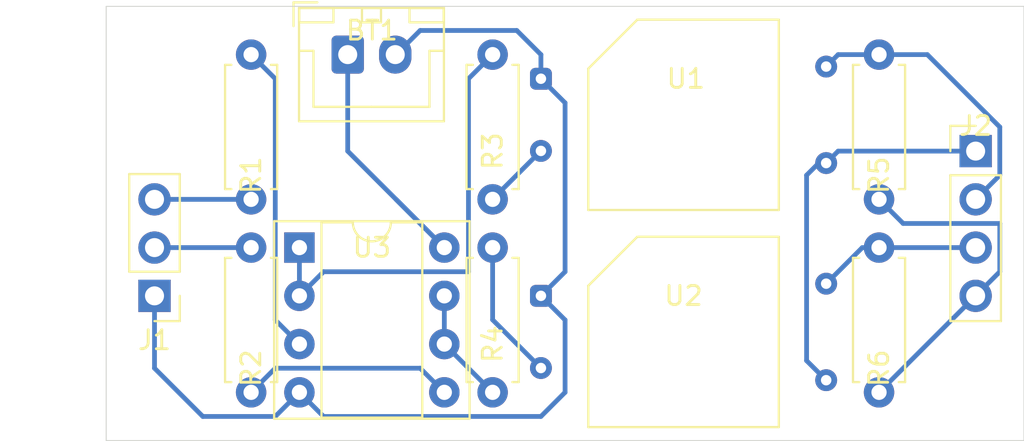
<source format=kicad_pcb>
(kicad_pcb (version 20171130) (host pcbnew "(5.1.4)-1")

  (general
    (thickness 1.6)
    (drawings 4)
    (tracks 61)
    (zones 0)
    (modules 12)
    (nets 15)
  )

  (page A4)
  (layers
    (0 F.Cu signal)
    (31 B.Cu signal)
    (32 B.Adhes user)
    (33 F.Adhes user)
    (34 B.Paste user)
    (35 F.Paste user)
    (36 B.SilkS user)
    (37 F.SilkS user)
    (38 B.Mask user)
    (39 F.Mask user)
    (40 Dwgs.User user)
    (41 Cmts.User user)
    (42 Eco1.User user)
    (43 Eco2.User user)
    (44 Edge.Cuts user)
    (45 Margin user)
    (46 B.CrtYd user)
    (47 F.CrtYd user)
    (48 B.Fab user)
    (49 F.Fab user)
  )

  (setup
    (last_trace_width 0.25)
    (user_trace_width 0.5)
    (user_trace_width 1)
    (user_trace_width 2)
    (trace_clearance 0.2)
    (zone_clearance 0.508)
    (zone_45_only no)
    (trace_min 0.2)
    (via_size 0.8)
    (via_drill 0.4)
    (via_min_size 0.4)
    (via_min_drill 0.3)
    (uvia_size 0.3)
    (uvia_drill 0.1)
    (uvias_allowed no)
    (uvia_min_size 0.2)
    (uvia_min_drill 0.1)
    (edge_width 0.05)
    (segment_width 0.2)
    (pcb_text_width 0.3)
    (pcb_text_size 1.5 1.5)
    (mod_edge_width 0.12)
    (mod_text_size 1 1)
    (mod_text_width 0.15)
    (pad_size 3 3)
    (pad_drill 1.52)
    (pad_to_mask_clearance 0.051)
    (solder_mask_min_width 0.25)
    (aux_axis_origin 0 0)
    (visible_elements 7FFFFFFF)
    (pcbplotparams
      (layerselection 0x010fc_ffffffff)
      (usegerberextensions false)
      (usegerberattributes false)
      (usegerberadvancedattributes false)
      (creategerberjobfile false)
      (excludeedgelayer true)
      (linewidth 0.100000)
      (plotframeref false)
      (viasonmask false)
      (mode 1)
      (useauxorigin false)
      (hpglpennumber 1)
      (hpglpenspeed 20)
      (hpglpendiameter 15.000000)
      (psnegative false)
      (psa4output false)
      (plotreference true)
      (plotvalue true)
      (plotinvisibletext false)
      (padsonsilk false)
      (subtractmaskfromsilk false)
      (outputformat 1)
      (mirror false)
      (drillshape 1)
      (scaleselection 1)
      (outputdirectory ""))
  )

  (net 0 "")
  (net 1 /ControlSignal2)
  (net 2 /ControlSignal1)
  (net 3 /ControlPower+)
  (net 4 /ControlPower-)
  (net 5 GND)
  (net 6 "Net-(R3-Pad1)")
  (net 7 +12V)
  (net 8 /Sensor9V)
  (net 9 /Sensor3V)
  (net 10 "Net-(R1-Pad1)")
  (net 11 "Net-(R2-Pad1)")
  (net 12 "Net-(R3-Pad2)")
  (net 13 "Net-(R4-Pad2)")
  (net 14 "Net-(R4-Pad1)")

  (net_class Default "This is the default net class."
    (clearance 0.2)
    (trace_width 0.25)
    (via_dia 0.8)
    (via_drill 0.4)
    (uvia_dia 0.3)
    (uvia_drill 0.1)
    (add_net +12V)
    (add_net /ControlPower+)
    (add_net /ControlPower-)
    (add_net /ControlSignal1)
    (add_net /ControlSignal2)
    (add_net /Sensor3V)
    (add_net /Sensor9V)
    (add_net GND)
    (add_net "Net-(R1-Pad1)")
    (add_net "Net-(R2-Pad1)")
    (add_net "Net-(R3-Pad1)")
    (add_net "Net-(R3-Pad2)")
    (add_net "Net-(R4-Pad1)")
    (add_net "Net-(R4-Pad2)")
  )

  (module Connector_PinHeader_2.54mm:PinHeader_1x03_P2.54mm_Vertical (layer F.Cu) (tedit 59FED5CC) (tstamp 5EF1A43E)
    (at 71.12 58.42 180)
    (descr "Through hole straight pin header, 1x03, 2.54mm pitch, single row")
    (tags "Through hole pin header THT 1x03 2.54mm single row")
    (path /5DF30AB6)
    (fp_text reference J1 (at 0 -2.33) (layer F.SilkS)
      (effects (font (size 1 1) (thickness 0.15)))
    )
    (fp_text value "From Capacitor Bank" (at 0 7.41) (layer F.Fab)
      (effects (font (size 1 1) (thickness 0.15)))
    )
    (fp_text user %R (at 0 2.54 90) (layer F.Fab)
      (effects (font (size 1 1) (thickness 0.15)))
    )
    (fp_line (start 1.8 -1.8) (end -1.8 -1.8) (layer F.CrtYd) (width 0.05))
    (fp_line (start 1.8 6.85) (end 1.8 -1.8) (layer F.CrtYd) (width 0.05))
    (fp_line (start -1.8 6.85) (end 1.8 6.85) (layer F.CrtYd) (width 0.05))
    (fp_line (start -1.8 -1.8) (end -1.8 6.85) (layer F.CrtYd) (width 0.05))
    (fp_line (start -1.33 -1.33) (end 0 -1.33) (layer F.SilkS) (width 0.12))
    (fp_line (start -1.33 0) (end -1.33 -1.33) (layer F.SilkS) (width 0.12))
    (fp_line (start -1.33 1.27) (end 1.33 1.27) (layer F.SilkS) (width 0.12))
    (fp_line (start 1.33 1.27) (end 1.33 6.41) (layer F.SilkS) (width 0.12))
    (fp_line (start -1.33 1.27) (end -1.33 6.41) (layer F.SilkS) (width 0.12))
    (fp_line (start -1.33 6.41) (end 1.33 6.41) (layer F.SilkS) (width 0.12))
    (fp_line (start -1.27 -0.635) (end -0.635 -1.27) (layer F.Fab) (width 0.1))
    (fp_line (start -1.27 6.35) (end -1.27 -0.635) (layer F.Fab) (width 0.1))
    (fp_line (start 1.27 6.35) (end -1.27 6.35) (layer F.Fab) (width 0.1))
    (fp_line (start 1.27 -1.27) (end 1.27 6.35) (layer F.Fab) (width 0.1))
    (fp_line (start -0.635 -1.27) (end 1.27 -1.27) (layer F.Fab) (width 0.1))
    (pad 3 thru_hole oval (at 0 5.08 180) (size 1.7 1.7) (drill 1) (layers *.Cu *.Mask)
      (net 8 /Sensor9V))
    (pad 2 thru_hole oval (at 0 2.54 180) (size 1.7 1.7) (drill 1) (layers *.Cu *.Mask)
      (net 9 /Sensor3V))
    (pad 1 thru_hole rect (at 0 0 180) (size 1.7 1.7) (drill 1) (layers *.Cu *.Mask)
      (net 5 GND))
    (model ${KISYS3DMOD}/Connector_PinHeader_2.54mm.3dshapes/PinHeader_1x03_P2.54mm_Vertical.wrl
      (at (xyz 0 0 0))
      (scale (xyz 1 1 1))
      (rotate (xyz 0 0 0))
    )
  )

  (module Package_DIP:DIP-8_W7.62mm_Socket (layer F.Cu) (tedit 5A02E8C5) (tstamp 5EF19869)
    (at 78.74 55.88)
    (descr "8-lead though-hole mounted DIP package, row spacing 7.62 mm (300 mils), Socket")
    (tags "THT DIP DIL PDIP 2.54mm 7.62mm 300mil Socket")
    (path /5EF21668)
    (fp_text reference U3 (at 3.81 0) (layer F.SilkS)
      (effects (font (size 1 1) (thickness 0.15)))
    )
    (fp_text value LM358 (at 3.81 7.62) (layer F.Fab)
      (effects (font (size 1 1) (thickness 0.15)))
    )
    (fp_text user %R (at 3.81 0) (layer F.Fab)
      (effects (font (size 1 1) (thickness 0.15)))
    )
    (fp_line (start 9.15 -1.6) (end -1.55 -1.6) (layer F.CrtYd) (width 0.05))
    (fp_line (start 9.15 9.2) (end 9.15 -1.6) (layer F.CrtYd) (width 0.05))
    (fp_line (start -1.55 9.2) (end 9.15 9.2) (layer F.CrtYd) (width 0.05))
    (fp_line (start -1.55 -1.6) (end -1.55 9.2) (layer F.CrtYd) (width 0.05))
    (fp_line (start 8.95 -1.39) (end -1.33 -1.39) (layer F.SilkS) (width 0.12))
    (fp_line (start 8.95 9.01) (end 8.95 -1.39) (layer F.SilkS) (width 0.12))
    (fp_line (start -1.33 9.01) (end 8.95 9.01) (layer F.SilkS) (width 0.12))
    (fp_line (start -1.33 -1.39) (end -1.33 9.01) (layer F.SilkS) (width 0.12))
    (fp_line (start 6.46 -1.33) (end 4.81 -1.33) (layer F.SilkS) (width 0.12))
    (fp_line (start 6.46 8.95) (end 6.46 -1.33) (layer F.SilkS) (width 0.12))
    (fp_line (start 1.16 8.95) (end 6.46 8.95) (layer F.SilkS) (width 0.12))
    (fp_line (start 1.16 -1.33) (end 1.16 8.95) (layer F.SilkS) (width 0.12))
    (fp_line (start 2.81 -1.33) (end 1.16 -1.33) (layer F.SilkS) (width 0.12))
    (fp_line (start 8.89 -1.33) (end -1.27 -1.33) (layer F.Fab) (width 0.1))
    (fp_line (start 8.89 8.95) (end 8.89 -1.33) (layer F.Fab) (width 0.1))
    (fp_line (start -1.27 8.95) (end 8.89 8.95) (layer F.Fab) (width 0.1))
    (fp_line (start -1.27 -1.33) (end -1.27 8.95) (layer F.Fab) (width 0.1))
    (fp_line (start 0.635 -0.27) (end 1.635 -1.27) (layer F.Fab) (width 0.1))
    (fp_line (start 0.635 8.89) (end 0.635 -0.27) (layer F.Fab) (width 0.1))
    (fp_line (start 6.985 8.89) (end 0.635 8.89) (layer F.Fab) (width 0.1))
    (fp_line (start 6.985 -1.27) (end 6.985 8.89) (layer F.Fab) (width 0.1))
    (fp_line (start 1.635 -1.27) (end 6.985 -1.27) (layer F.Fab) (width 0.1))
    (fp_arc (start 3.81 -1.33) (end 2.81 -1.33) (angle -180) (layer F.SilkS) (width 0.12))
    (pad 8 thru_hole oval (at 7.62 0) (size 1.6 1.6) (drill 0.8) (layers *.Cu *.Mask)
      (net 7 +12V))
    (pad 4 thru_hole oval (at 0 7.62) (size 1.6 1.6) (drill 0.8) (layers *.Cu *.Mask)
      (net 5 GND))
    (pad 7 thru_hole oval (at 7.62 2.54) (size 1.6 1.6) (drill 0.8) (layers *.Cu *.Mask)
      (net 13 "Net-(R4-Pad2)"))
    (pad 3 thru_hole oval (at 0 5.08) (size 1.6 1.6) (drill 0.8) (layers *.Cu *.Mask)
      (net 10 "Net-(R1-Pad1)"))
    (pad 6 thru_hole oval (at 7.62 5.08) (size 1.6 1.6) (drill 0.8) (layers *.Cu *.Mask)
      (net 13 "Net-(R4-Pad2)"))
    (pad 2 thru_hole oval (at 0 2.54) (size 1.6 1.6) (drill 0.8) (layers *.Cu *.Mask)
      (net 12 "Net-(R3-Pad2)"))
    (pad 5 thru_hole oval (at 7.62 7.62) (size 1.6 1.6) (drill 0.8) (layers *.Cu *.Mask)
      (net 11 "Net-(R2-Pad1)"))
    (pad 1 thru_hole rect (at 0 0) (size 1.6 1.6) (drill 0.8) (layers *.Cu *.Mask)
      (net 12 "Net-(R3-Pad2)"))
    (model ${KISYS3DMOD}/Package_DIP.3dshapes/DIP-8_W7.62mm_Socket.wrl
      (at (xyz 0 0 0))
      (scale (xyz 1 1 1))
      (rotate (xyz 0 0 0))
    )
  )

  (module Resistor_THT:R_Axial_DIN0207_L6.3mm_D2.5mm_P7.62mm_Horizontal (layer F.Cu) (tedit 5AE5139B) (tstamp 5EF19723)
    (at 76.2 45.72 270)
    (descr "Resistor, Axial_DIN0207 series, Axial, Horizontal, pin pitch=7.62mm, 0.25W = 1/4W, length*diameter=6.3*2.5mm^2, http://cdn-reichelt.de/documents/datenblatt/B400/1_4W%23YAG.pdf")
    (tags "Resistor Axial_DIN0207 series Axial Horizontal pin pitch 7.62mm 0.25W = 1/4W length 6.3mm diameter 2.5mm")
    (path /5EF3FA8E)
    (fp_text reference R1 (at 6.35 0 90) (layer F.SilkS)
      (effects (font (size 1 1) (thickness 0.15)))
    )
    (fp_text value 1K (at 2.54 0 90) (layer F.Fab)
      (effects (font (size 1 1) (thickness 0.15)))
    )
    (fp_text user %R (at 6.35 0 90) (layer F.Fab)
      (effects (font (size 1 1) (thickness 0.15)))
    )
    (fp_line (start 8.67 -1.5) (end -1.05 -1.5) (layer F.CrtYd) (width 0.05))
    (fp_line (start 8.67 1.5) (end 8.67 -1.5) (layer F.CrtYd) (width 0.05))
    (fp_line (start -1.05 1.5) (end 8.67 1.5) (layer F.CrtYd) (width 0.05))
    (fp_line (start -1.05 -1.5) (end -1.05 1.5) (layer F.CrtYd) (width 0.05))
    (fp_line (start 7.08 1.37) (end 7.08 1.04) (layer F.SilkS) (width 0.12))
    (fp_line (start 0.54 1.37) (end 7.08 1.37) (layer F.SilkS) (width 0.12))
    (fp_line (start 0.54 1.04) (end 0.54 1.37) (layer F.SilkS) (width 0.12))
    (fp_line (start 7.08 -1.37) (end 7.08 -1.04) (layer F.SilkS) (width 0.12))
    (fp_line (start 0.54 -1.37) (end 7.08 -1.37) (layer F.SilkS) (width 0.12))
    (fp_line (start 0.54 -1.04) (end 0.54 -1.37) (layer F.SilkS) (width 0.12))
    (fp_line (start 7.62 0) (end 6.96 0) (layer F.Fab) (width 0.1))
    (fp_line (start 0 0) (end 0.66 0) (layer F.Fab) (width 0.1))
    (fp_line (start 6.96 -1.25) (end 0.66 -1.25) (layer F.Fab) (width 0.1))
    (fp_line (start 6.96 1.25) (end 6.96 -1.25) (layer F.Fab) (width 0.1))
    (fp_line (start 0.66 1.25) (end 6.96 1.25) (layer F.Fab) (width 0.1))
    (fp_line (start 0.66 -1.25) (end 0.66 1.25) (layer F.Fab) (width 0.1))
    (pad 2 thru_hole oval (at 7.62 0 270) (size 1.6 1.6) (drill 0.8) (layers *.Cu *.Mask)
      (net 8 /Sensor9V))
    (pad 1 thru_hole circle (at 0 0 270) (size 1.6 1.6) (drill 0.8) (layers *.Cu *.Mask)
      (net 10 "Net-(R1-Pad1)"))
    (model ${KISYS3DMOD}/Resistor_THT.3dshapes/R_Axial_DIN0207_L6.3mm_D2.5mm_P7.62mm_Horizontal.wrl
      (at (xyz 0 0 0))
      (scale (xyz 1 1 1))
      (rotate (xyz 0 0 0))
    )
  )

  (module Connector_JST:JST_XH_B2B-XH-A_1x02_P2.50mm_Vertical (layer F.Cu) (tedit 5C28146C) (tstamp 5EF040B3)
    (at 81.28 45.72)
    (descr "JST XH series connector, B2B-XH-A (http://www.jst-mfg.com/product/pdf/eng/eXH.pdf), generated with kicad-footprint-generator")
    (tags "connector JST XH vertical")
    (path /5EFFBCF2)
    (fp_text reference BT1 (at 1.27 -1.27) (layer F.SilkS)
      (effects (font (size 1 1) (thickness 0.15)))
    )
    (fp_text value "12V Battery" (at 1.27 2.54) (layer F.Fab)
      (effects (font (size 1 1) (thickness 0.15)))
    )
    (fp_text user %R (at 1.27 -1.27) (layer F.Fab)
      (effects (font (size 1 1) (thickness 0.15)))
    )
    (fp_line (start -2.85 -2.75) (end -2.85 -1.5) (layer F.SilkS) (width 0.12))
    (fp_line (start -1.6 -2.75) (end -2.85 -2.75) (layer F.SilkS) (width 0.12))
    (fp_line (start 4.3 2.75) (end 1.25 2.75) (layer F.SilkS) (width 0.12))
    (fp_line (start 4.3 -0.2) (end 4.3 2.75) (layer F.SilkS) (width 0.12))
    (fp_line (start 5.05 -0.2) (end 4.3 -0.2) (layer F.SilkS) (width 0.12))
    (fp_line (start -1.8 2.75) (end 1.25 2.75) (layer F.SilkS) (width 0.12))
    (fp_line (start -1.8 -0.2) (end -1.8 2.75) (layer F.SilkS) (width 0.12))
    (fp_line (start -2.55 -0.2) (end -1.8 -0.2) (layer F.SilkS) (width 0.12))
    (fp_line (start 5.05 -2.45) (end 3.25 -2.45) (layer F.SilkS) (width 0.12))
    (fp_line (start 5.05 -1.7) (end 5.05 -2.45) (layer F.SilkS) (width 0.12))
    (fp_line (start 3.25 -1.7) (end 5.05 -1.7) (layer F.SilkS) (width 0.12))
    (fp_line (start 3.25 -2.45) (end 3.25 -1.7) (layer F.SilkS) (width 0.12))
    (fp_line (start -0.75 -2.45) (end -2.55 -2.45) (layer F.SilkS) (width 0.12))
    (fp_line (start -0.75 -1.7) (end -0.75 -2.45) (layer F.SilkS) (width 0.12))
    (fp_line (start -2.55 -1.7) (end -0.75 -1.7) (layer F.SilkS) (width 0.12))
    (fp_line (start -2.55 -2.45) (end -2.55 -1.7) (layer F.SilkS) (width 0.12))
    (fp_line (start 1.75 -2.45) (end 0.75 -2.45) (layer F.SilkS) (width 0.12))
    (fp_line (start 1.75 -1.7) (end 1.75 -2.45) (layer F.SilkS) (width 0.12))
    (fp_line (start 0.75 -1.7) (end 1.75 -1.7) (layer F.SilkS) (width 0.12))
    (fp_line (start 0.75 -2.45) (end 0.75 -1.7) (layer F.SilkS) (width 0.12))
    (fp_line (start 0 -1.35) (end 0.625 -2.35) (layer F.Fab) (width 0.1))
    (fp_line (start -0.625 -2.35) (end 0 -1.35) (layer F.Fab) (width 0.1))
    (fp_line (start 5.45 -2.85) (end -2.95 -2.85) (layer F.CrtYd) (width 0.05))
    (fp_line (start 5.45 3.9) (end 5.45 -2.85) (layer F.CrtYd) (width 0.05))
    (fp_line (start -2.95 3.9) (end 5.45 3.9) (layer F.CrtYd) (width 0.05))
    (fp_line (start -2.95 -2.85) (end -2.95 3.9) (layer F.CrtYd) (width 0.05))
    (fp_line (start 5.06 -2.46) (end -2.56 -2.46) (layer F.SilkS) (width 0.12))
    (fp_line (start 5.06 3.51) (end 5.06 -2.46) (layer F.SilkS) (width 0.12))
    (fp_line (start -2.56 3.51) (end 5.06 3.51) (layer F.SilkS) (width 0.12))
    (fp_line (start -2.56 -2.46) (end -2.56 3.51) (layer F.SilkS) (width 0.12))
    (fp_line (start 4.95 -2.35) (end -2.45 -2.35) (layer F.Fab) (width 0.1))
    (fp_line (start 4.95 3.4) (end 4.95 -2.35) (layer F.Fab) (width 0.1))
    (fp_line (start -2.45 3.4) (end 4.95 3.4) (layer F.Fab) (width 0.1))
    (fp_line (start -2.45 -2.35) (end -2.45 3.4) (layer F.Fab) (width 0.1))
    (pad 2 thru_hole oval (at 2.5 0) (size 1.7 2) (drill 1) (layers *.Cu *.Mask)
      (net 5 GND))
    (pad 1 thru_hole roundrect (at 0 0) (size 1.7 2) (drill 1) (layers *.Cu *.Mask) (roundrect_rratio 0.147059)
      (net 7 +12V))
    (model ${KISYS3DMOD}/Connector_JST.3dshapes/JST_XH_B2B-XH-A_1x02_P2.50mm_Vertical.wrl
      (at (xyz 0 0 0))
      (scale (xyz 1 1 1))
      (rotate (xyz 0 0 0))
    )
  )

  (module Resistor_THT:R_Axial_DIN0207_L6.3mm_D2.5mm_P7.62mm_Horizontal (layer F.Cu) (tedit 5AE5139B) (tstamp 5EF04243)
    (at 88.9 55.88 270)
    (descr "Resistor, Axial_DIN0207 series, Axial, Horizontal, pin pitch=7.62mm, 0.25W = 1/4W, length*diameter=6.3*2.5mm^2, http://cdn-reichelt.de/documents/datenblatt/B400/1_4W%23YAG.pdf")
    (tags "Resistor Axial_DIN0207 series Axial Horizontal pin pitch 7.62mm 0.25W = 1/4W length 6.3mm diameter 2.5mm")
    (path /5EF05BF8)
    (fp_text reference R4 (at 5.08 0 90) (layer F.SilkS)
      (effects (font (size 1 1) (thickness 0.15)))
    )
    (fp_text value 100 (at 1.27 0 90) (layer F.Fab)
      (effects (font (size 1 1) (thickness 0.15)))
    )
    (fp_text user %R (at 5.08 0 90) (layer F.Fab)
      (effects (font (size 1 1) (thickness 0.15)))
    )
    (fp_line (start 8.67 -1.5) (end -1.05 -1.5) (layer F.CrtYd) (width 0.05))
    (fp_line (start 8.67 1.5) (end 8.67 -1.5) (layer F.CrtYd) (width 0.05))
    (fp_line (start -1.05 1.5) (end 8.67 1.5) (layer F.CrtYd) (width 0.05))
    (fp_line (start -1.05 -1.5) (end -1.05 1.5) (layer F.CrtYd) (width 0.05))
    (fp_line (start 7.08 1.37) (end 7.08 1.04) (layer F.SilkS) (width 0.12))
    (fp_line (start 0.54 1.37) (end 7.08 1.37) (layer F.SilkS) (width 0.12))
    (fp_line (start 0.54 1.04) (end 0.54 1.37) (layer F.SilkS) (width 0.12))
    (fp_line (start 7.08 -1.37) (end 7.08 -1.04) (layer F.SilkS) (width 0.12))
    (fp_line (start 0.54 -1.37) (end 7.08 -1.37) (layer F.SilkS) (width 0.12))
    (fp_line (start 0.54 -1.04) (end 0.54 -1.37) (layer F.SilkS) (width 0.12))
    (fp_line (start 7.62 0) (end 6.96 0) (layer F.Fab) (width 0.1))
    (fp_line (start 0 0) (end 0.66 0) (layer F.Fab) (width 0.1))
    (fp_line (start 6.96 -1.25) (end 0.66 -1.25) (layer F.Fab) (width 0.1))
    (fp_line (start 6.96 1.25) (end 6.96 -1.25) (layer F.Fab) (width 0.1))
    (fp_line (start 0.66 1.25) (end 6.96 1.25) (layer F.Fab) (width 0.1))
    (fp_line (start 0.66 -1.25) (end 0.66 1.25) (layer F.Fab) (width 0.1))
    (pad 2 thru_hole oval (at 7.62 0 270) (size 1.6 1.6) (drill 0.8) (layers *.Cu *.Mask)
      (net 13 "Net-(R4-Pad2)"))
    (pad 1 thru_hole circle (at 0 0 270) (size 1.6 1.6) (drill 0.8) (layers *.Cu *.Mask)
      (net 14 "Net-(R4-Pad1)"))
    (model ${KISYS3DMOD}/Resistor_THT.3dshapes/R_Axial_DIN0207_L6.3mm_D2.5mm_P7.62mm_Horizontal.wrl
      (at (xyz 0 0 0))
      (scale (xyz 1 1 1))
      (rotate (xyz 0 0 0))
    )
  )

  (module Resistor_THT:R_Axial_DIN0207_L6.3mm_D2.5mm_P7.62mm_Horizontal (layer F.Cu) (tedit 5AE5139B) (tstamp 5EF0422C)
    (at 88.9 53.34 90)
    (descr "Resistor, Axial_DIN0207 series, Axial, Horizontal, pin pitch=7.62mm, 0.25W = 1/4W, length*diameter=6.3*2.5mm^2, http://cdn-reichelt.de/documents/datenblatt/B400/1_4W%23YAG.pdf")
    (tags "Resistor Axial_DIN0207 series Axial Horizontal pin pitch 7.62mm 0.25W = 1/4W length 6.3mm diameter 2.5mm")
    (path /5EF053A1)
    (fp_text reference R3 (at 2.54 0 90) (layer F.SilkS)
      (effects (font (size 1 1) (thickness 0.15)))
    )
    (fp_text value 680 (at 6.35 0 90) (layer F.Fab)
      (effects (font (size 1 1) (thickness 0.15)))
    )
    (fp_text user %R (at 2.54 0 90) (layer F.Fab)
      (effects (font (size 1 1) (thickness 0.15)))
    )
    (fp_line (start 8.67 -1.5) (end -1.05 -1.5) (layer F.CrtYd) (width 0.05))
    (fp_line (start 8.67 1.5) (end 8.67 -1.5) (layer F.CrtYd) (width 0.05))
    (fp_line (start -1.05 1.5) (end 8.67 1.5) (layer F.CrtYd) (width 0.05))
    (fp_line (start -1.05 -1.5) (end -1.05 1.5) (layer F.CrtYd) (width 0.05))
    (fp_line (start 7.08 1.37) (end 7.08 1.04) (layer F.SilkS) (width 0.12))
    (fp_line (start 0.54 1.37) (end 7.08 1.37) (layer F.SilkS) (width 0.12))
    (fp_line (start 0.54 1.04) (end 0.54 1.37) (layer F.SilkS) (width 0.12))
    (fp_line (start 7.08 -1.37) (end 7.08 -1.04) (layer F.SilkS) (width 0.12))
    (fp_line (start 0.54 -1.37) (end 7.08 -1.37) (layer F.SilkS) (width 0.12))
    (fp_line (start 0.54 -1.04) (end 0.54 -1.37) (layer F.SilkS) (width 0.12))
    (fp_line (start 7.62 0) (end 6.96 0) (layer F.Fab) (width 0.1))
    (fp_line (start 0 0) (end 0.66 0) (layer F.Fab) (width 0.1))
    (fp_line (start 6.96 -1.25) (end 0.66 -1.25) (layer F.Fab) (width 0.1))
    (fp_line (start 6.96 1.25) (end 6.96 -1.25) (layer F.Fab) (width 0.1))
    (fp_line (start 0.66 1.25) (end 6.96 1.25) (layer F.Fab) (width 0.1))
    (fp_line (start 0.66 -1.25) (end 0.66 1.25) (layer F.Fab) (width 0.1))
    (pad 2 thru_hole oval (at 7.62 0 90) (size 1.6 1.6) (drill 0.8) (layers *.Cu *.Mask)
      (net 12 "Net-(R3-Pad2)"))
    (pad 1 thru_hole circle (at 0 0 90) (size 1.6 1.6) (drill 0.8) (layers *.Cu *.Mask)
      (net 6 "Net-(R3-Pad1)"))
    (model ${KISYS3DMOD}/Resistor_THT.3dshapes/R_Axial_DIN0207_L6.3mm_D2.5mm_P7.62mm_Horizontal.wrl
      (at (xyz 0 0 0))
      (scale (xyz 1 1 1))
      (rotate (xyz 0 0 0))
    )
  )

  (module Resistor_THT:R_Axial_DIN0207_L6.3mm_D2.5mm_P7.62mm_Horizontal (layer F.Cu) (tedit 5AE5139B) (tstamp 5EF04215)
    (at 76.2 63.5 90)
    (descr "Resistor, Axial_DIN0207 series, Axial, Horizontal, pin pitch=7.62mm, 0.25W = 1/4W, length*diameter=6.3*2.5mm^2, http://cdn-reichelt.de/documents/datenblatt/B400/1_4W%23YAG.pdf")
    (tags "Resistor Axial_DIN0207 series Axial Horizontal pin pitch 7.62mm 0.25W = 1/4W length 6.3mm diameter 2.5mm")
    (path /5EF04C1E)
    (fp_text reference R2 (at 1.27 0 90) (layer F.SilkS)
      (effects (font (size 1 1) (thickness 0.15)))
    )
    (fp_text value 1K (at 5.08 0 90) (layer F.Fab)
      (effects (font (size 1 1) (thickness 0.15)))
    )
    (fp_text user %R (at 1.27 0 90) (layer F.Fab)
      (effects (font (size 1 1) (thickness 0.15)))
    )
    (fp_line (start 8.67 -1.5) (end -1.05 -1.5) (layer F.CrtYd) (width 0.05))
    (fp_line (start 8.67 1.5) (end 8.67 -1.5) (layer F.CrtYd) (width 0.05))
    (fp_line (start -1.05 1.5) (end 8.67 1.5) (layer F.CrtYd) (width 0.05))
    (fp_line (start -1.05 -1.5) (end -1.05 1.5) (layer F.CrtYd) (width 0.05))
    (fp_line (start 7.08 1.37) (end 7.08 1.04) (layer F.SilkS) (width 0.12))
    (fp_line (start 0.54 1.37) (end 7.08 1.37) (layer F.SilkS) (width 0.12))
    (fp_line (start 0.54 1.04) (end 0.54 1.37) (layer F.SilkS) (width 0.12))
    (fp_line (start 7.08 -1.37) (end 7.08 -1.04) (layer F.SilkS) (width 0.12))
    (fp_line (start 0.54 -1.37) (end 7.08 -1.37) (layer F.SilkS) (width 0.12))
    (fp_line (start 0.54 -1.04) (end 0.54 -1.37) (layer F.SilkS) (width 0.12))
    (fp_line (start 7.62 0) (end 6.96 0) (layer F.Fab) (width 0.1))
    (fp_line (start 0 0) (end 0.66 0) (layer F.Fab) (width 0.1))
    (fp_line (start 6.96 -1.25) (end 0.66 -1.25) (layer F.Fab) (width 0.1))
    (fp_line (start 6.96 1.25) (end 6.96 -1.25) (layer F.Fab) (width 0.1))
    (fp_line (start 0.66 1.25) (end 6.96 1.25) (layer F.Fab) (width 0.1))
    (fp_line (start 0.66 -1.25) (end 0.66 1.25) (layer F.Fab) (width 0.1))
    (pad 2 thru_hole oval (at 7.62 0 90) (size 1.6 1.6) (drill 0.8) (layers *.Cu *.Mask)
      (net 9 /Sensor3V))
    (pad 1 thru_hole circle (at 0 0 90) (size 1.6 1.6) (drill 0.8) (layers *.Cu *.Mask)
      (net 11 "Net-(R2-Pad1)"))
    (model ${KISYS3DMOD}/Resistor_THT.3dshapes/R_Axial_DIN0207_L6.3mm_D2.5mm_P7.62mm_Horizontal.wrl
      (at (xyz 0 0 0))
      (scale (xyz 1 1 1))
      (rotate (xyz 0 0 0))
    )
  )

  (module Connector_PinHeader_2.54mm:PinHeader_1x04_P2.54mm_Vertical (layer F.Cu) (tedit 59FED5CC) (tstamp 5ED66DBF)
    (at 114.3 50.8)
    (descr "Through hole straight pin header, 1x04, 2.54mm pitch, single row")
    (tags "Through hole pin header THT 1x04 2.54mm single row")
    (path /5DD38980)
    (fp_text reference J2 (at 0 -1.33) (layer F.SilkS)
      (effects (font (size 1 1) (thickness 0.15)))
    )
    (fp_text value "To Control" (at 1.27 5.08 90) (layer F.Fab)
      (effects (font (size 1 1) (thickness 0.15)))
    )
    (fp_line (start -0.635 -1.27) (end 1.27 -1.27) (layer F.Fab) (width 0.1))
    (fp_line (start 1.27 -1.27) (end 1.27 8.89) (layer F.Fab) (width 0.1))
    (fp_line (start 1.27 8.89) (end -1.27 8.89) (layer F.Fab) (width 0.1))
    (fp_line (start -1.27 8.89) (end -1.27 -0.635) (layer F.Fab) (width 0.1))
    (fp_line (start -1.27 -0.635) (end -0.635 -1.27) (layer F.Fab) (width 0.1))
    (fp_line (start -1.33 8.95) (end 1.33 8.95) (layer F.SilkS) (width 0.12))
    (fp_line (start -1.33 1.27) (end -1.33 8.95) (layer F.SilkS) (width 0.12))
    (fp_line (start 1.33 1.27) (end 1.33 8.95) (layer F.SilkS) (width 0.12))
    (fp_line (start -1.33 1.27) (end 1.33 1.27) (layer F.SilkS) (width 0.12))
    (fp_line (start -1.33 0) (end -1.33 -1.33) (layer F.SilkS) (width 0.12))
    (fp_line (start -1.33 -1.33) (end 0 -1.33) (layer F.SilkS) (width 0.12))
    (fp_line (start -1.8 -1.8) (end -1.8 9.4) (layer F.CrtYd) (width 0.05))
    (fp_line (start -1.8 9.4) (end 1.8 9.4) (layer F.CrtYd) (width 0.05))
    (fp_line (start 1.8 9.4) (end 1.8 -1.8) (layer F.CrtYd) (width 0.05))
    (fp_line (start 1.8 -1.8) (end -1.8 -1.8) (layer F.CrtYd) (width 0.05))
    (fp_text user %R (at 0 3.81 90) (layer F.Fab)
      (effects (font (size 1 1) (thickness 0.15)))
    )
    (pad 1 thru_hole rect (at 0 0) (size 1.7 1.7) (drill 1) (layers *.Cu *.Mask)
      (net 3 /ControlPower+))
    (pad 2 thru_hole oval (at 0 2.54) (size 1.7 1.7) (drill 1) (layers *.Cu *.Mask)
      (net 2 /ControlSignal1))
    (pad 3 thru_hole oval (at 0 5.08) (size 1.7 1.7) (drill 1) (layers *.Cu *.Mask)
      (net 1 /ControlSignal2))
    (pad 4 thru_hole oval (at 0 7.62) (size 1.7 1.7) (drill 1) (layers *.Cu *.Mask)
      (net 4 /ControlPower-))
    (model ${KISYS3DMOD}/Connector_PinHeader_2.54mm.3dshapes/PinHeader_1x04_P2.54mm_Vertical.wrl
      (at (xyz 0 0 0))
      (scale (xyz 1 1 1))
      (rotate (xyz 0 0 0))
    )
  )

  (module OptoDevice:PerkinElmer_VTL5C (layer F.Cu) (tedit 5B86F5E5) (tstamp 5ED64567)
    (at 91.44 58.42)
    (descr "Axial Vactrol (http://www.qsl.net/wa1ion/vactrol/vactrol.pdf)")
    (tags vactrol)
    (path /5E0F91ED)
    (fp_text reference U2 (at 7.5 0) (layer F.SilkS)
      (effects (font (size 1 1) (thickness 0.15)))
    )
    (fp_text value VTL5C (at 7.62 5.08) (layer F.Fab)
      (effects (font (size 1 1) (thickness 0.15)))
    )
    (fp_line (start 12.7 5.27) (end 12.7 7.1) (layer F.CrtYd) (width 0.05))
    (fp_line (start 15.83 5.27) (end 15.83 -1.47) (layer F.CrtYd) (width 0.05))
    (fp_line (start 15.83 5.27) (end 12.7 5.27) (layer F.CrtYd) (width 0.05))
    (fp_line (start 15.83 -1.47) (end 12.7 -1.47) (layer F.CrtYd) (width 0.05))
    (fp_line (start 2.3 4.63) (end -0.83 4.63) (layer F.CrtYd) (width 0.05))
    (fp_line (start 2.53 -0.83) (end -0.83 -0.83) (layer F.CrtYd) (width 0.05))
    (fp_line (start -0.83 4.63) (end -0.83 -0.83) (layer F.CrtYd) (width 0.05))
    (fp_line (start 0.7 0.25) (end 2.55 0.9) (layer F.Fab) (width 0.1))
    (fp_line (start 14.3 4.44) (end 12.45 4.44) (layer F.Fab) (width 0.1))
    (fp_line (start 5.1 -3.05) (end 12.45 -3.05) (layer F.Fab) (width 0.1))
    (fp_line (start 12.45 -3.05) (end 12.45 6.85) (layer F.Fab) (width 0.1))
    (fp_line (start 12.45 6.85) (end 2.55 6.85) (layer F.Fab) (width 0.1))
    (fp_line (start 2.55 6.85) (end 2.55 -0.5) (layer F.Fab) (width 0.1))
    (fp_line (start 5.1 -3.05) (end 2.55 -0.5) (layer F.Fab) (width 0.1))
    (fp_line (start 14.3 -0.64) (end 12.45 -0.64) (layer F.Fab) (width 0.1))
    (fp_line (start 0.7 3.55) (end 2.55 2.9) (layer F.Fab) (width 0.1))
    (fp_line (start 12.7 -3.3) (end 12.7 -1.47) (layer F.CrtYd) (width 0.05))
    (fp_line (start 12.7 7.1) (end 2.3 7.1) (layer F.CrtYd) (width 0.05))
    (fp_line (start 2.3 7.1) (end 2.3 4.63) (layer F.CrtYd) (width 0.05))
    (fp_line (start 2.53 -0.83) (end 5 -3.3) (layer F.CrtYd) (width 0.05))
    (fp_line (start 5 -3.3) (end 12.7 -3.3) (layer F.CrtYd) (width 0.05))
    (fp_line (start 12.51 -3.11) (end 5.07 -3.11) (layer F.SilkS) (width 0.12))
    (fp_line (start 5.07 -3.11) (end 2.49 -0.53) (layer F.SilkS) (width 0.12))
    (fp_line (start 2.49 -0.53) (end 2.49 6.91) (layer F.SilkS) (width 0.12))
    (fp_line (start 2.49 6.91) (end 12.51 6.91) (layer F.SilkS) (width 0.12))
    (fp_line (start 12.51 6.91) (end 12.51 -3.11) (layer F.SilkS) (width 0.12))
    (fp_text user %R (at 7.5 0) (layer F.Fab)
      (effects (font (size 1 1) (thickness 0.1)))
    )
    (pad 2 thru_hole circle (at 0 3.8) (size 1.15 1.15) (drill 0.55) (layers *.Cu *.Mask)
      (net 14 "Net-(R4-Pad1)"))
    (pad 4 thru_hole circle (at 15 4.44) (size 1.15 1.15) (drill 0.55) (layers *.Cu *.Mask)
      (net 3 /ControlPower+))
    (pad 3 thru_hole circle (at 15 -0.64) (size 1.15 1.15) (drill 0.55) (layers *.Cu *.Mask)
      (net 1 /ControlSignal2))
    (pad 1 thru_hole roundrect (at 0 0) (size 1.15 1.15) (drill 0.55) (layers *.Cu *.Mask) (roundrect_rratio 0.25)
      (net 5 GND))
    (model ${KISYS3DMOD}/OptoDevice.3dshapes/PerkinElmer_VTL5C.wrl
      (at (xyz 0 0 0))
      (scale (xyz 1 1 1))
      (rotate (xyz 0 0 0))
    )
  )

  (module OptoDevice:PerkinElmer_VTL5C (layer F.Cu) (tedit 5B86F5E5) (tstamp 5ED64544)
    (at 91.44 46.99)
    (descr "Axial Vactrol (http://www.qsl.net/wa1ion/vactrol/vactrol.pdf)")
    (tags vactrol)
    (path /5E0EEB06)
    (fp_text reference U1 (at 7.62 0) (layer F.SilkS)
      (effects (font (size 1 1) (thickness 0.15)))
    )
    (fp_text value VTL5C (at 7.62 5.08) (layer F.Fab)
      (effects (font (size 1 1) (thickness 0.15)))
    )
    (fp_line (start 12.7 5.27) (end 12.7 7.1) (layer F.CrtYd) (width 0.05))
    (fp_line (start 15.83 5.27) (end 15.83 -1.47) (layer F.CrtYd) (width 0.05))
    (fp_line (start 15.83 5.27) (end 12.7 5.27) (layer F.CrtYd) (width 0.05))
    (fp_line (start 15.83 -1.47) (end 12.7 -1.47) (layer F.CrtYd) (width 0.05))
    (fp_line (start 2.3 4.63) (end -0.83 4.63) (layer F.CrtYd) (width 0.05))
    (fp_line (start 2.53 -0.83) (end -0.83 -0.83) (layer F.CrtYd) (width 0.05))
    (fp_line (start -0.83 4.63) (end -0.83 -0.83) (layer F.CrtYd) (width 0.05))
    (fp_line (start 0.7 0.25) (end 2.55 0.9) (layer F.Fab) (width 0.1))
    (fp_line (start 14.3 4.44) (end 12.45 4.44) (layer F.Fab) (width 0.1))
    (fp_line (start 5.1 -3.05) (end 12.45 -3.05) (layer F.Fab) (width 0.1))
    (fp_line (start 12.45 -3.05) (end 12.45 6.85) (layer F.Fab) (width 0.1))
    (fp_line (start 12.45 6.85) (end 2.55 6.85) (layer F.Fab) (width 0.1))
    (fp_line (start 2.55 6.85) (end 2.55 -0.5) (layer F.Fab) (width 0.1))
    (fp_line (start 5.1 -3.05) (end 2.55 -0.5) (layer F.Fab) (width 0.1))
    (fp_line (start 14.3 -0.64) (end 12.45 -0.64) (layer F.Fab) (width 0.1))
    (fp_line (start 0.7 3.55) (end 2.55 2.9) (layer F.Fab) (width 0.1))
    (fp_line (start 12.7 -3.3) (end 12.7 -1.47) (layer F.CrtYd) (width 0.05))
    (fp_line (start 12.7 7.1) (end 2.3 7.1) (layer F.CrtYd) (width 0.05))
    (fp_line (start 2.3 7.1) (end 2.3 4.63) (layer F.CrtYd) (width 0.05))
    (fp_line (start 2.53 -0.83) (end 5 -3.3) (layer F.CrtYd) (width 0.05))
    (fp_line (start 5 -3.3) (end 12.7 -3.3) (layer F.CrtYd) (width 0.05))
    (fp_line (start 12.51 -3.11) (end 5.07 -3.11) (layer F.SilkS) (width 0.12))
    (fp_line (start 5.07 -3.11) (end 2.49 -0.53) (layer F.SilkS) (width 0.12))
    (fp_line (start 2.49 -0.53) (end 2.49 6.91) (layer F.SilkS) (width 0.12))
    (fp_line (start 2.49 6.91) (end 12.51 6.91) (layer F.SilkS) (width 0.12))
    (fp_line (start 12.51 6.91) (end 12.51 -3.11) (layer F.SilkS) (width 0.12))
    (fp_text user %R (at 7.62 0) (layer F.Fab)
      (effects (font (size 1 1) (thickness 0.1)))
    )
    (pad 2 thru_hole circle (at 0 3.8) (size 1.15 1.15) (drill 0.55) (layers *.Cu *.Mask)
      (net 6 "Net-(R3-Pad1)"))
    (pad 4 thru_hole circle (at 15 4.44) (size 1.15 1.15) (drill 0.55) (layers *.Cu *.Mask)
      (net 3 /ControlPower+))
    (pad 3 thru_hole circle (at 15 -0.64) (size 1.15 1.15) (drill 0.55) (layers *.Cu *.Mask)
      (net 2 /ControlSignal1))
    (pad 1 thru_hole roundrect (at 0 0) (size 1.15 1.15) (drill 0.55) (layers *.Cu *.Mask) (roundrect_rratio 0.25)
      (net 5 GND))
    (model ${KISYS3DMOD}/OptoDevice.3dshapes/PerkinElmer_VTL5C.wrl
      (at (xyz 0 0 0))
      (scale (xyz 1 1 1))
      (rotate (xyz 0 0 0))
    )
  )

  (module Resistor_THT:R_Axial_DIN0207_L6.3mm_D2.5mm_P7.62mm_Horizontal (layer F.Cu) (tedit 5AE5139B) (tstamp 5ED64521)
    (at 109.22 63.5 90)
    (descr "Resistor, Axial_DIN0207 series, Axial, Horizontal, pin pitch=7.62mm, 0.25W = 1/4W, length*diameter=6.3*2.5mm^2, http://cdn-reichelt.de/documents/datenblatt/B400/1_4W%23YAG.pdf")
    (tags "Resistor Axial_DIN0207 series Axial Horizontal pin pitch 7.62mm 0.25W = 1/4W length 6.3mm diameter 2.5mm")
    (path /5E148B18)
    (fp_text reference R6 (at 1.27 0 90) (layer F.SilkS)
      (effects (font (size 1 1) (thickness 0.15)))
    )
    (fp_text value 4.7K (at 5.08 0 90) (layer F.Fab)
      (effects (font (size 1 1) (thickness 0.15)))
    )
    (fp_text user %R (at 1.27 0 90) (layer F.Fab)
      (effects (font (size 1 1) (thickness 0.15)))
    )
    (fp_line (start 8.67 -1.5) (end -1.05 -1.5) (layer F.CrtYd) (width 0.05))
    (fp_line (start 8.67 1.5) (end 8.67 -1.5) (layer F.CrtYd) (width 0.05))
    (fp_line (start -1.05 1.5) (end 8.67 1.5) (layer F.CrtYd) (width 0.05))
    (fp_line (start -1.05 -1.5) (end -1.05 1.5) (layer F.CrtYd) (width 0.05))
    (fp_line (start 7.08 1.37) (end 7.08 1.04) (layer F.SilkS) (width 0.12))
    (fp_line (start 0.54 1.37) (end 7.08 1.37) (layer F.SilkS) (width 0.12))
    (fp_line (start 0.54 1.04) (end 0.54 1.37) (layer F.SilkS) (width 0.12))
    (fp_line (start 7.08 -1.37) (end 7.08 -1.04) (layer F.SilkS) (width 0.12))
    (fp_line (start 0.54 -1.37) (end 7.08 -1.37) (layer F.SilkS) (width 0.12))
    (fp_line (start 0.54 -1.04) (end 0.54 -1.37) (layer F.SilkS) (width 0.12))
    (fp_line (start 7.62 0) (end 6.96 0) (layer F.Fab) (width 0.1))
    (fp_line (start 0 0) (end 0.66 0) (layer F.Fab) (width 0.1))
    (fp_line (start 6.96 -1.25) (end 0.66 -1.25) (layer F.Fab) (width 0.1))
    (fp_line (start 6.96 1.25) (end 6.96 -1.25) (layer F.Fab) (width 0.1))
    (fp_line (start 0.66 1.25) (end 6.96 1.25) (layer F.Fab) (width 0.1))
    (fp_line (start 0.66 -1.25) (end 0.66 1.25) (layer F.Fab) (width 0.1))
    (pad 2 thru_hole oval (at 7.62 0 90) (size 1.6 1.6) (drill 0.8) (layers *.Cu *.Mask)
      (net 1 /ControlSignal2))
    (pad 1 thru_hole circle (at 0 0 90) (size 1.6 1.6) (drill 0.8) (layers *.Cu *.Mask)
      (net 4 /ControlPower-))
    (model ${KISYS3DMOD}/Resistor_THT.3dshapes/R_Axial_DIN0207_L6.3mm_D2.5mm_P7.62mm_Horizontal.wrl
      (at (xyz 0 0 0))
      (scale (xyz 1 1 1))
      (rotate (xyz 0 0 0))
    )
  )

  (module Resistor_THT:R_Axial_DIN0207_L6.3mm_D2.5mm_P7.62mm_Horizontal (layer F.Cu) (tedit 5AE5139B) (tstamp 5ED6450A)
    (at 109.22 53.34 90)
    (descr "Resistor, Axial_DIN0207 series, Axial, Horizontal, pin pitch=7.62mm, 0.25W = 1/4W, length*diameter=6.3*2.5mm^2, http://cdn-reichelt.de/documents/datenblatt/B400/1_4W%23YAG.pdf")
    (tags "Resistor Axial_DIN0207 series Axial Horizontal pin pitch 7.62mm 0.25W = 1/4W length 6.3mm diameter 2.5mm")
    (path /5E12C0F1)
    (fp_text reference R5 (at 1.27 0 90) (layer F.SilkS)
      (effects (font (size 1 1) (thickness 0.15)))
    )
    (fp_text value 4.7K (at 5.08 0 90) (layer F.Fab)
      (effects (font (size 1 1) (thickness 0.15)))
    )
    (fp_text user %R (at 1.27 0 90) (layer F.Fab)
      (effects (font (size 1 1) (thickness 0.15)))
    )
    (fp_line (start 8.67 -1.5) (end -1.05 -1.5) (layer F.CrtYd) (width 0.05))
    (fp_line (start 8.67 1.5) (end 8.67 -1.5) (layer F.CrtYd) (width 0.05))
    (fp_line (start -1.05 1.5) (end 8.67 1.5) (layer F.CrtYd) (width 0.05))
    (fp_line (start -1.05 -1.5) (end -1.05 1.5) (layer F.CrtYd) (width 0.05))
    (fp_line (start 7.08 1.37) (end 7.08 1.04) (layer F.SilkS) (width 0.12))
    (fp_line (start 0.54 1.37) (end 7.08 1.37) (layer F.SilkS) (width 0.12))
    (fp_line (start 0.54 1.04) (end 0.54 1.37) (layer F.SilkS) (width 0.12))
    (fp_line (start 7.08 -1.37) (end 7.08 -1.04) (layer F.SilkS) (width 0.12))
    (fp_line (start 0.54 -1.37) (end 7.08 -1.37) (layer F.SilkS) (width 0.12))
    (fp_line (start 0.54 -1.04) (end 0.54 -1.37) (layer F.SilkS) (width 0.12))
    (fp_line (start 7.62 0) (end 6.96 0) (layer F.Fab) (width 0.1))
    (fp_line (start 0 0) (end 0.66 0) (layer F.Fab) (width 0.1))
    (fp_line (start 6.96 -1.25) (end 0.66 -1.25) (layer F.Fab) (width 0.1))
    (fp_line (start 6.96 1.25) (end 6.96 -1.25) (layer F.Fab) (width 0.1))
    (fp_line (start 0.66 1.25) (end 6.96 1.25) (layer F.Fab) (width 0.1))
    (fp_line (start 0.66 -1.25) (end 0.66 1.25) (layer F.Fab) (width 0.1))
    (pad 2 thru_hole oval (at 7.62 0 90) (size 1.6 1.6) (drill 0.8) (layers *.Cu *.Mask)
      (net 2 /ControlSignal1))
    (pad 1 thru_hole circle (at 0 0 90) (size 1.6 1.6) (drill 0.8) (layers *.Cu *.Mask)
      (net 4 /ControlPower-))
    (model ${KISYS3DMOD}/Resistor_THT.3dshapes/R_Axial_DIN0207_L6.3mm_D2.5mm_P7.62mm_Horizontal.wrl
      (at (xyz 0 0 0))
      (scale (xyz 1 1 1))
      (rotate (xyz 0 0 0))
    )
  )

  (gr_line (start 68.58 66.04) (end 68.58 43.18) (layer Edge.Cuts) (width 0.05) (tstamp 5DE868DF))
  (gr_line (start 116.84 66.04) (end 68.58 66.04) (layer Edge.Cuts) (width 0.05))
  (gr_line (start 116.84 43.18) (end 116.84 66.04) (layer Edge.Cuts) (width 0.05))
  (gr_line (start 68.58 43.18) (end 116.84 43.18) (layer Edge.Cuts) (width 0.05))

  (segment (start 114.3 55.88) (end 109.22 55.88) (width 0.25) (layer B.Cu) (net 1) (status 30))
  (segment (start 108.34 55.88) (end 106.44 57.78) (width 0.25) (layer B.Cu) (net 1) (status 20))
  (segment (start 109.22 55.88) (end 108.34 55.88) (width 0.25) (layer B.Cu) (net 1) (status 10))
  (segment (start 106.44 46.35) (end 106.44 45.96) (width 0.25) (layer B.Cu) (net 2) (status 30))
  (segment (start 107.07 45.72) (end 106.44 46.35) (width 0.25) (layer B.Cu) (net 2) (status 20))
  (segment (start 109.22 45.72) (end 107.07 45.72) (width 0.25) (layer B.Cu) (net 2) (status 10))
  (segment (start 109.22 45.72) (end 111.76 45.72) (width 0.25) (layer B.Cu) (net 2) (status 10))
  (segment (start 111.76 45.72) (end 115.57 49.53) (width 0.25) (layer B.Cu) (net 2))
  (segment (start 115.57 52.07) (end 114.3 53.34) (width 0.25) (layer B.Cu) (net 2) (status 20))
  (segment (start 115.57 49.53) (end 115.57 52.07) (width 0.25) (layer B.Cu) (net 2))
  (segment (start 106.44 51.43) (end 106.05 51.43) (width 0.25) (layer B.Cu) (net 3) (status 30))
  (segment (start 105.41 61.83) (end 106.44 62.86) (width 0.25) (layer B.Cu) (net 3) (status 20))
  (segment (start 105.41 52.07) (end 105.41 61.83) (width 0.25) (layer B.Cu) (net 3))
  (segment (start 106.05 51.43) (end 105.41 52.07) (width 0.25) (layer B.Cu) (net 3) (status 10))
  (segment (start 107.07 50.8) (end 106.44 51.43) (width 0.25) (layer B.Cu) (net 3) (status 20))
  (segment (start 114.3 50.8) (end 107.07 50.8) (width 0.25) (layer B.Cu) (net 3) (status 10))
  (segment (start 109.22 63.5) (end 114.3 58.42) (width 0.25) (layer B.Cu) (net 4) (status 30))
  (segment (start 115.57 57.15) (end 114.3 58.42) (width 0.25) (layer B.Cu) (net 4) (status 20))
  (segment (start 115.57 54.61) (end 115.57 57.15) (width 0.25) (layer B.Cu) (net 4))
  (segment (start 109.22 53.34) (end 110.49 54.61) (width 0.25) (layer B.Cu) (net 4) (status 10))
  (segment (start 110.49 54.61) (end 115.57 54.61) (width 0.25) (layer B.Cu) (net 4))
  (segment (start 91.44 46.99) (end 92.71 48.26) (width 0.25) (layer B.Cu) (net 5) (status 10))
  (segment (start 92.71 48.26) (end 92.71 57.15) (width 0.25) (layer B.Cu) (net 5))
  (segment (start 92.71 57.15) (end 91.44 58.42) (width 0.25) (layer B.Cu) (net 5) (status 20))
  (segment (start 77.47 64.77) (end 78.74 63.5) (width 0.25) (layer B.Cu) (net 5) (status 20))
  (segment (start 78.74 63.5) (end 80.01 64.77) (width 0.25) (layer B.Cu) (net 5) (status 10))
  (segment (start 80.01 64.77) (end 91.44 64.77) (width 0.25) (layer B.Cu) (net 5))
  (segment (start 91.44 64.77) (end 92.71 63.5) (width 0.25) (layer B.Cu) (net 5))
  (segment (start 92.71 63.5) (end 92.71 59.69) (width 0.25) (layer B.Cu) (net 5))
  (segment (start 92.71 59.69) (end 91.44 58.42) (width 0.25) (layer B.Cu) (net 5) (status 20))
  (segment (start 83.78 45.72) (end 83.82 45.72) (width 0.25) (layer B.Cu) (net 5) (status 30))
  (segment (start 83.82 45.72) (end 85.09 44.45) (width 0.25) (layer B.Cu) (net 5) (status 10))
  (segment (start 85.09 44.45) (end 90.17 44.45) (width 0.25) (layer B.Cu) (net 5))
  (segment (start 91.44 45.72) (end 91.44 46.99) (width 0.25) (layer B.Cu) (net 5) (status 20))
  (segment (start 90.17 44.45) (end 91.44 45.72) (width 0.25) (layer B.Cu) (net 5))
  (segment (start 71.12 62.23) (end 73.66 64.77) (width 0.25) (layer B.Cu) (net 5))
  (segment (start 71.12 58.42) (end 71.12 62.23) (width 0.25) (layer B.Cu) (net 5) (status 10))
  (segment (start 73.66 64.77) (end 77.47 64.77) (width 0.25) (layer B.Cu) (net 5))
  (segment (start 76.2 55.88) (end 71.12 55.88) (width 0.25) (layer B.Cu) (net 9) (status 30))
  (segment (start 88.9 53.33) (end 91.44 50.79) (width 0.25) (layer B.Cu) (net 6) (status 30))
  (segment (start 88.9 53.34) (end 88.9 53.33) (width 0.25) (layer B.Cu) (net 6) (status 30))
  (segment (start 91.43 62.22) (end 91.44 62.22) (width 0.25) (layer B.Cu) (net 14) (status 30))
  (segment (start 88.9 59.68) (end 91.44 62.22) (width 0.25) (layer B.Cu) (net 14) (status 20))
  (segment (start 88.9 55.88) (end 88.9 59.68) (width 0.25) (layer B.Cu) (net 14) (status 10))
  (segment (start 83.82 53.34) (end 86.36 55.88) (width 0.25) (layer B.Cu) (net 7) (status 20))
  (segment (start 81.28 50.8) (end 86.36 55.88) (width 0.25) (layer B.Cu) (net 7) (status 20))
  (segment (start 81.28 45.72) (end 81.28 50.8) (width 0.25) (layer B.Cu) (net 7) (status 10))
  (segment (start 71.12 53.34) (end 76.2 53.34) (width 0.25) (layer B.Cu) (net 8) (status 30))
  (segment (start 76.2 45.72) (end 77.47 46.99) (width 0.25) (layer B.Cu) (net 10) (status 10))
  (segment (start 77.47 46.99) (end 77.47 59.69) (width 0.25) (layer B.Cu) (net 10))
  (segment (start 77.47 59.69) (end 78.74 60.96) (width 0.25) (layer B.Cu) (net 10) (status 20))
  (segment (start 76.2 63.5) (end 77.47 62.23) (width 0.25) (layer B.Cu) (net 11) (status 10))
  (segment (start 77.47 62.23) (end 85.09 62.23) (width 0.25) (layer B.Cu) (net 11))
  (segment (start 85.09 62.23) (end 86.36 63.5) (width 0.25) (layer B.Cu) (net 11) (status 20))
  (segment (start 78.74 55.88) (end 78.74 58.42) (width 0.25) (layer B.Cu) (net 12) (status 30))
  (segment (start 78.74 58.42) (end 80.01 57.15) (width 0.25) (layer B.Cu) (net 12) (status 10))
  (segment (start 80.01 57.15) (end 87.63 57.15) (width 0.25) (layer B.Cu) (net 12))
  (segment (start 87.63 57.15) (end 87.63 46.99) (width 0.25) (layer B.Cu) (net 12))
  (segment (start 87.63 46.99) (end 88.9 45.72) (width 0.25) (layer B.Cu) (net 12) (status 20))
  (segment (start 86.36 58.42) (end 86.36 60.96) (width 0.25) (layer B.Cu) (net 13) (status 30))
  (segment (start 86.36 60.96) (end 88.9 63.5) (width 0.25) (layer B.Cu) (net 13) (status 30))

)

</source>
